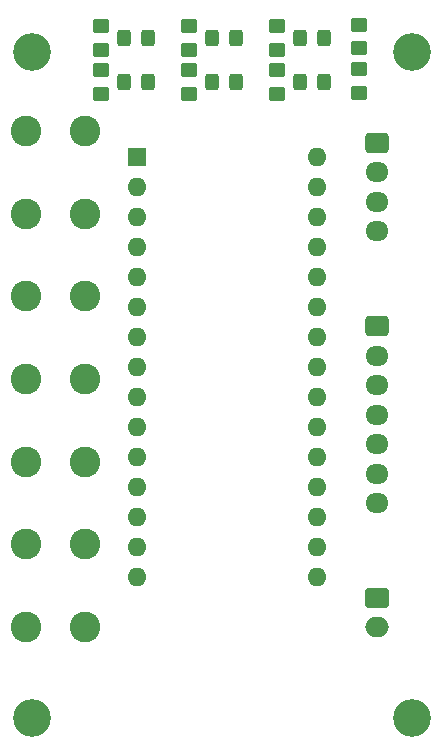
<source format=gbr>
%TF.GenerationSoftware,KiCad,Pcbnew,(6.0.5)*%
%TF.CreationDate,2022-06-02T23:03:52-07:00*%
%TF.ProjectId,arduino-autofire,61726475-696e-46f2-9d61-75746f666972,rev?*%
%TF.SameCoordinates,Original*%
%TF.FileFunction,Soldermask,Top*%
%TF.FilePolarity,Negative*%
%FSLAX46Y46*%
G04 Gerber Fmt 4.6, Leading zero omitted, Abs format (unit mm)*
G04 Created by KiCad (PCBNEW (6.0.5)) date 2022-06-02 23:03:52*
%MOMM*%
%LPD*%
G01*
G04 APERTURE LIST*
G04 Aperture macros list*
%AMRoundRect*
0 Rectangle with rounded corners*
0 $1 Rounding radius*
0 $2 $3 $4 $5 $6 $7 $8 $9 X,Y pos of 4 corners*
0 Add a 4 corners polygon primitive as box body*
4,1,4,$2,$3,$4,$5,$6,$7,$8,$9,$2,$3,0*
0 Add four circle primitives for the rounded corners*
1,1,$1+$1,$2,$3*
1,1,$1+$1,$4,$5*
1,1,$1+$1,$6,$7*
1,1,$1+$1,$8,$9*
0 Add four rect primitives between the rounded corners*
20,1,$1+$1,$2,$3,$4,$5,0*
20,1,$1+$1,$4,$5,$6,$7,0*
20,1,$1+$1,$6,$7,$8,$9,0*
20,1,$1+$1,$8,$9,$2,$3,0*%
G04 Aperture macros list end*
%ADD10RoundRect,0.250000X0.450000X-0.350000X0.450000X0.350000X-0.450000X0.350000X-0.450000X-0.350000X0*%
%ADD11RoundRect,0.250000X0.325000X0.450000X-0.325000X0.450000X-0.325000X-0.450000X0.325000X-0.450000X0*%
%ADD12C,2.600000*%
%ADD13RoundRect,0.250000X-0.750000X0.600000X-0.750000X-0.600000X0.750000X-0.600000X0.750000X0.600000X0*%
%ADD14O,2.000000X1.700000*%
%ADD15RoundRect,0.250000X-0.725000X0.600000X-0.725000X-0.600000X0.725000X-0.600000X0.725000X0.600000X0*%
%ADD16O,1.950000X1.700000*%
%ADD17C,3.200000*%
%ADD18R,1.600000X1.600000*%
%ADD19O,1.600000X1.600000*%
G04 APERTURE END LIST*
D10*
%TO.C,R4*%
X121350000Y-70850000D03*
X121350000Y-68850000D03*
%TD*%
%TO.C,R5*%
X128850000Y-67100000D03*
X128850000Y-65100000D03*
%TD*%
D11*
%TO.C,D4*%
X125350000Y-69850000D03*
X123300000Y-69850000D03*
%TD*%
D12*
%TO.C,BTN_GND1*%
X120000000Y-116000000D03*
X115000000Y-116000000D03*
%TD*%
D11*
%TO.C,D1*%
X125375000Y-66100000D03*
X123325000Y-66100000D03*
%TD*%
%TO.C,D2*%
X132825000Y-66100000D03*
X130775000Y-66100000D03*
%TD*%
D13*
%TO.C,J1*%
X144717500Y-113500000D03*
D14*
X144717500Y-116000000D03*
%TD*%
D11*
%TO.C,D3*%
X140275000Y-66100000D03*
X138225000Y-66100000D03*
%TD*%
D15*
%TO.C,J2*%
X144717500Y-90500000D03*
D16*
X144717500Y-93000000D03*
X144717500Y-95500000D03*
X144717500Y-98000000D03*
X144717500Y-100500000D03*
X144717500Y-103000000D03*
X144717500Y-105500000D03*
%TD*%
D17*
%TO.C,H1*%
X115550000Y-67300000D03*
%TD*%
%TO.C,H4*%
X115550000Y-123700000D03*
%TD*%
D11*
%TO.C,D6*%
X140275000Y-69850000D03*
X138225000Y-69850000D03*
%TD*%
D10*
%TO.C,R1*%
X143200000Y-67000000D03*
X143200000Y-65000000D03*
%TD*%
%TO.C,R8*%
X136300000Y-70850000D03*
X136300000Y-68850000D03*
%TD*%
D17*
%TO.C,H3*%
X147700000Y-123700000D03*
%TD*%
D10*
%TO.C,R6*%
X128850000Y-70850000D03*
X128850000Y-68850000D03*
%TD*%
D12*
%TO.C,BUTTON_2*%
X115000000Y-81000000D03*
X120000000Y-81000000D03*
%TD*%
%TO.C,BUTTON_5*%
X120000000Y-102000000D03*
X115000000Y-102000000D03*
%TD*%
%TO.C,BUTTON_1*%
X120000000Y-74000000D03*
X115000000Y-74000000D03*
%TD*%
D11*
%TO.C,D5*%
X132825000Y-69850000D03*
X130775000Y-69850000D03*
%TD*%
D12*
%TO.C,BUTTON_6*%
X120000000Y-109000000D03*
X115000000Y-109000000D03*
%TD*%
D10*
%TO.C,R7*%
X136300000Y-67100000D03*
X136300000Y-65100000D03*
%TD*%
%TO.C,R2*%
X143200000Y-70750000D03*
X143200000Y-68750000D03*
%TD*%
D18*
%TO.C,A1*%
X124390000Y-76200000D03*
D19*
X124390000Y-78740000D03*
X124390000Y-81280000D03*
X124390000Y-83820000D03*
X124390000Y-86360000D03*
X124390000Y-88900000D03*
X124390000Y-91440000D03*
X124390000Y-93980000D03*
X124390000Y-96520000D03*
X124390000Y-99060000D03*
X124390000Y-101600000D03*
X124390000Y-104140000D03*
X124390000Y-106680000D03*
X124390000Y-109220000D03*
X124390000Y-111760000D03*
X139630000Y-111760000D03*
X139630000Y-109220000D03*
X139630000Y-106680000D03*
X139630000Y-104140000D03*
X139630000Y-101600000D03*
X139630000Y-99060000D03*
X139630000Y-96520000D03*
X139630000Y-93980000D03*
X139630000Y-91440000D03*
X139630000Y-88900000D03*
X139630000Y-86360000D03*
X139630000Y-83820000D03*
X139630000Y-81280000D03*
X139630000Y-78740000D03*
X139630000Y-76200000D03*
%TD*%
D10*
%TO.C,R3*%
X121350000Y-67100000D03*
X121350000Y-65100000D03*
%TD*%
D12*
%TO.C,BUTTON_4*%
X120000000Y-95000000D03*
X115000000Y-95000000D03*
%TD*%
D17*
%TO.C,H2*%
X147700000Y-67300000D03*
%TD*%
D12*
%TO.C,BUTTON_3*%
X115000000Y-88000000D03*
X120000000Y-88000000D03*
%TD*%
D15*
%TO.C,J3*%
X144750000Y-75000000D03*
D16*
X144750000Y-77500000D03*
X144750000Y-80000000D03*
X144750000Y-82500000D03*
%TD*%
M02*

</source>
